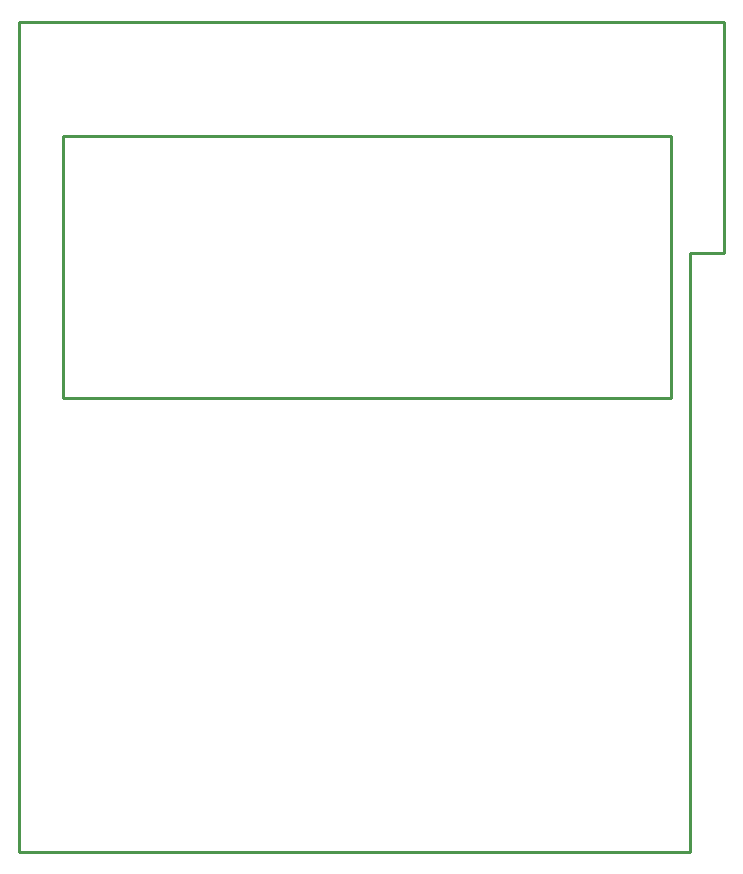
<source format=gko>
G04 Layer: BoardOutlineLayer*
G04 EasyEDA v6.5.29, 2023-07-16 15:11:24*
G04 5560f084906b45179d65adef9f10eb2a,5a6b42c53f6a479593ecc07194224c93,10*
G04 Gerber Generator version 0.2*
G04 Scale: 100 percent, Rotated: No, Reflected: No *
G04 Dimensions in millimeters *
G04 leading zeros omitted , absolute positions ,4 integer and 5 decimal *
%FSLAX45Y45*%
%MOMM*%

%ADD10C,0.2540*%
D10*
X127000Y10020300D02*
G01*
X6096000Y10020300D01*
X6096000Y8064500D01*
X5803900Y8064500D01*
X5803887Y2997194D01*
X127000Y2997194D01*
X127000Y10020300D01*
X498904Y9060705D02*
G01*
X498904Y6838205D01*
X498904Y6838205D02*
G01*
X5642404Y6838205D01*
X5642404Y6838205D02*
G01*
X5642404Y9060705D01*
X5642404Y9060705D02*
G01*
X498904Y9060705D01*

%LPD*%
M02*

</source>
